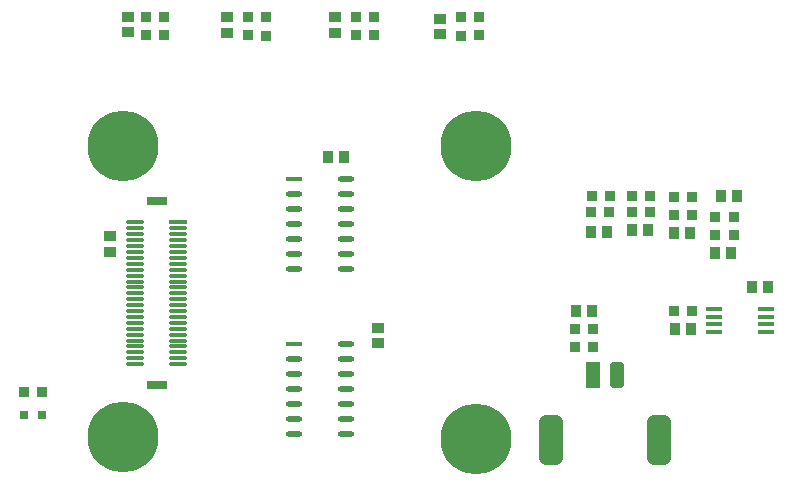
<source format=gtp>
G04*
G04 #@! TF.GenerationSoftware,Altium Limited,Altium Designer,19.1.9 (167)*
G04*
G04 Layer_Color=8421504*
%FSLAX25Y25*%
%MOIN*%
G70*
G01*
G75*
%ADD18C,0.23622*%
%ADD19R,0.07087X0.03150*%
%ADD20O,0.06299X0.01181*%
%ADD21R,0.06299X0.01181*%
%ADD22R,0.03543X0.03937*%
%ADD23R,0.03347X0.03347*%
%ADD24R,0.03347X0.03347*%
%ADD25R,0.03937X0.03543*%
%ADD26R,0.05709X0.01772*%
G04:AMPARAMS|DCode=27|XSize=78.74mil|YSize=165.35mil|CornerRadius=19.68mil|HoleSize=0mil|Usage=FLASHONLY|Rotation=0.000|XOffset=0mil|YOffset=0mil|HoleType=Round|Shape=RoundedRectangle|*
%AMROUNDEDRECTD27*
21,1,0.07874,0.12598,0,0,0.0*
21,1,0.03937,0.16535,0,0,0.0*
1,1,0.03937,0.01968,-0.06299*
1,1,0.03937,-0.01968,-0.06299*
1,1,0.03937,-0.01968,0.06299*
1,1,0.03937,0.01968,0.06299*
%
%ADD27ROUNDEDRECTD27*%
%ADD28R,0.04724X0.08661*%
G04:AMPARAMS|DCode=29|XSize=47.24mil|YSize=86.61mil|CornerRadius=11.81mil|HoleSize=0mil|Usage=FLASHONLY|Rotation=0.000|XOffset=0mil|YOffset=0mil|HoleType=Round|Shape=RoundedRectangle|*
%AMROUNDEDRECTD29*
21,1,0.04724,0.06299,0,0,0.0*
21,1,0.02362,0.08661,0,0,0.0*
1,1,0.02362,0.01181,-0.03150*
1,1,0.02362,-0.01181,-0.03150*
1,1,0.02362,-0.01181,0.03150*
1,1,0.02362,0.01181,0.03150*
%
%ADD29ROUNDEDRECTD29*%
%ADD30R,0.03150X0.03150*%
%ADD31O,0.05709X0.01772*%
D18*
X163953Y110268D02*
D03*
X46500Y110000D02*
D03*
X164000Y12500D02*
D03*
X46500Y13000D02*
D03*
D19*
X57653Y91764D02*
D03*
Y30347D02*
D03*
D20*
X50567Y84677D02*
D03*
Y82709D02*
D03*
Y80740D02*
D03*
Y78772D02*
D03*
Y76803D02*
D03*
Y74835D02*
D03*
Y72866D02*
D03*
Y70898D02*
D03*
Y68929D02*
D03*
Y66961D02*
D03*
Y64992D02*
D03*
Y63024D02*
D03*
Y61055D02*
D03*
Y59087D02*
D03*
Y57118D02*
D03*
Y55150D02*
D03*
Y53181D02*
D03*
Y51213D02*
D03*
Y49244D02*
D03*
Y47276D02*
D03*
Y45307D02*
D03*
Y43339D02*
D03*
Y41370D02*
D03*
Y39402D02*
D03*
Y37433D02*
D03*
X64740D02*
D03*
Y39402D02*
D03*
Y41370D02*
D03*
Y43339D02*
D03*
Y45307D02*
D03*
Y47276D02*
D03*
Y49244D02*
D03*
Y51213D02*
D03*
Y53181D02*
D03*
Y55150D02*
D03*
Y57118D02*
D03*
Y59087D02*
D03*
Y61055D02*
D03*
Y63024D02*
D03*
Y64992D02*
D03*
Y66961D02*
D03*
Y68929D02*
D03*
Y70898D02*
D03*
Y72866D02*
D03*
Y74835D02*
D03*
Y76803D02*
D03*
Y78772D02*
D03*
Y80740D02*
D03*
Y82709D02*
D03*
D21*
Y84677D02*
D03*
D22*
X235315Y81000D02*
D03*
X230000D02*
D03*
X243747Y74510D02*
D03*
X249062D02*
D03*
X245693Y93479D02*
D03*
X251008D02*
D03*
X216000Y82000D02*
D03*
X221315D02*
D03*
X207575Y81575D02*
D03*
X202260D02*
D03*
X261315Y63000D02*
D03*
X256000D02*
D03*
X197343Y55000D02*
D03*
X202658D02*
D03*
X230343Y49000D02*
D03*
X235658D02*
D03*
X114842Y106500D02*
D03*
X120158D02*
D03*
D23*
X230000Y87000D02*
D03*
X236102D02*
D03*
X230000Y93000D02*
D03*
X236102D02*
D03*
X250000Y80575D02*
D03*
X243898D02*
D03*
X250000Y86575D02*
D03*
X243898D02*
D03*
X222102Y88000D02*
D03*
X216000D02*
D03*
X222051Y93500D02*
D03*
X215949D02*
D03*
X202449Y88000D02*
D03*
X208551D02*
D03*
X202575Y93575D02*
D03*
X208677D02*
D03*
X203051Y49000D02*
D03*
X196949D02*
D03*
X203051Y43000D02*
D03*
X196949D02*
D03*
X236051Y55000D02*
D03*
X229949D02*
D03*
X19476Y28000D02*
D03*
X13374D02*
D03*
D24*
X165110Y147000D02*
D03*
Y153102D02*
D03*
X159110Y146898D02*
D03*
Y153000D02*
D03*
X130110Y147000D02*
D03*
Y153102D02*
D03*
X124110Y147000D02*
D03*
Y153102D02*
D03*
X94000Y146898D02*
D03*
Y153000D02*
D03*
X88000Y147000D02*
D03*
Y153102D02*
D03*
X60047Y147000D02*
D03*
Y153102D02*
D03*
X54047Y147000D02*
D03*
Y153102D02*
D03*
D25*
X152110Y147343D02*
D03*
Y152657D02*
D03*
X117000Y147685D02*
D03*
Y153000D02*
D03*
X81000Y147685D02*
D03*
Y153000D02*
D03*
X48000Y148000D02*
D03*
Y153315D02*
D03*
X131500Y49657D02*
D03*
Y44342D02*
D03*
X42000Y74685D02*
D03*
Y80000D02*
D03*
D26*
X260661Y48130D02*
D03*
Y50689D02*
D03*
Y53248D02*
D03*
Y55807D02*
D03*
X243339Y48130D02*
D03*
Y50689D02*
D03*
Y53248D02*
D03*
Y55807D02*
D03*
X103339Y44000D02*
D03*
Y99000D02*
D03*
D27*
X225220Y12000D02*
D03*
X189000D02*
D03*
D28*
X203173Y33968D02*
D03*
D29*
X211047D02*
D03*
D30*
X13500Y20547D02*
D03*
X19406D02*
D03*
D31*
X120662Y14000D02*
D03*
Y19000D02*
D03*
Y24000D02*
D03*
Y29000D02*
D03*
Y34000D02*
D03*
Y39000D02*
D03*
Y44000D02*
D03*
X103339Y14000D02*
D03*
Y19000D02*
D03*
Y24000D02*
D03*
Y29000D02*
D03*
Y34000D02*
D03*
Y39000D02*
D03*
X120662Y69000D02*
D03*
Y74000D02*
D03*
Y79000D02*
D03*
Y84000D02*
D03*
Y89000D02*
D03*
Y94000D02*
D03*
Y99000D02*
D03*
X103339Y69000D02*
D03*
Y74000D02*
D03*
Y79000D02*
D03*
Y84000D02*
D03*
Y89000D02*
D03*
Y94000D02*
D03*
M02*

</source>
